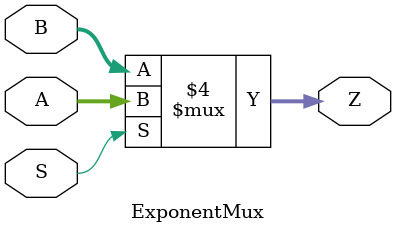
<source format=sv>
module ExponentMux
(
    input [4:0] A, B,
    input S,
    output [4:0] Z
);
    always_comb
    begin
        if (S == 1'b1)
            Z = A;
        else
            Z = B;
    end

endmodule
</source>
